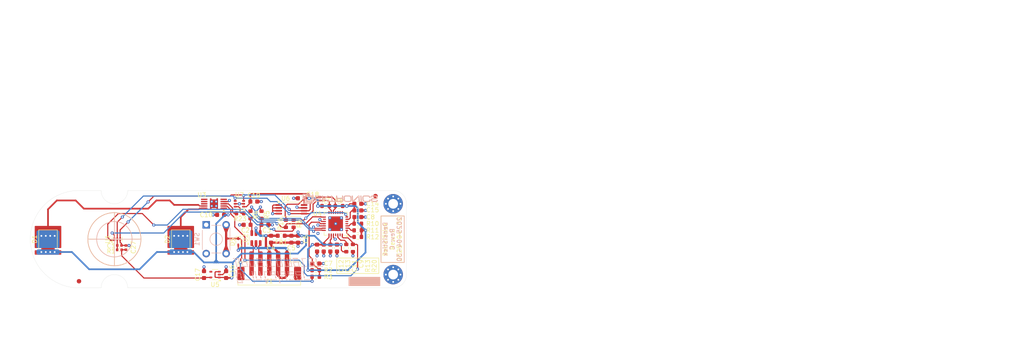
<source format=kicad_pcb>
(kicad_pcb (version 20241229) (generator "pcbnew") (generator_version "9.0")
  (title_block (title "Printalyzer DensiStick") (date "2025-04-30") (rev "C") (company "Dektronics, Inc.") (comment 1 "Derek Konigsberg <dkonigsberg@dektronics.com>"))
  (layers (0 "F.Cu" signal) (4 "In1.Cu" power) (6 "In2.Cu" power) (2 "B.Cu" signal) (13 "F.Paste" user) (15 "B.Paste" user) (5 "F.SilkS" user "F.Silkscreen") (7 "B.SilkS" user "B.Silkscreen") (1 "F.Mask" user) (3 "B.Mask" user) (25 "Edge.Cuts" user))
  (net 0 "")
  (net 1 "GND")
  (net 2 "/USB_DI+")
  (net 3 "+5V")
  (net 4 "Net-(U1-VDD)")
  (net 5 "/RLED1")
  (net 6 "/RLED2")
  (net 7 "Net-(D5-K)")
  (net 8 "/RLED_EN")
  (net 9 "/TSL_INT")
  (net 10 "+1V8")
  (net 13 "/USB_DI-")
  (net 14 "VBUS")
  (net 15 "/PROBE_BTN")
  (net 16 "Net-(U4-~{RESET})")
  (net 17 "+3V3")
  (net 18 "/USB_CONN_D-")
  (net 19 "/USB_CONN_D+")
  (net 20 "Earth")
  (net 21 "/USB_D+")
  (net 22 "/USB_D-")
  (net 23 "/I2C_SCL")
  (net 24 "/I2C_SDA")
  (net 25 "Net-(U4-~{STEST_RST})")
  (net 26 "Net-(U4-DEBUGGER)")
  (net 27 "Net-(U4-VBUS_DET)")
  (net 30 "/RSET")
  (net 40 "/TSL_VSYNC")
  (net 41 "Net-(U7-W)")
  (net 44 "Net-(U4-DIO0)")
  (footprint "lib_fp:SunLike_LED_S1S0" (layer "F.Cu") (at 75 68 -90)
    (property "Reference" "D2")
    (property "Value" "LED")
  )
  (footprint "MountingHole:MountingHole_2.2mm_M2_Pad_Via" (layer "F.Cu") (at 123 60)
    (property "Reference" "H5" (hide yes))
    (property "Value" "MountingHole" (hide yes))
  )
  (footprint "MountingHole:MountingHole_2.2mm_M2_Pad_Via" (layer "F.Cu") (at 123 76)
    (property "Reference" "H6" (hide yes))
    (property "Value" "MountingHole" (hide yes))
  )
  (footprint "Resistor_SMD:R_0603_1608Metric" (layer "F.Cu") (at 105.5 75)
    (property "Reference" "R2")
    (property "Value" "10K")
  )
  (footprint "Resistor_SMD:R_0603_1608Metric" (layer "F.Cu") (at 107.75 60.5)
    (property "Reference" "R7")
    (property "Value" "1K")
  )
  (footprint "Resistor_SMD:R_0603_1608Metric" (layer "F.Cu") (at 110.75 60.5 180)
    (property "Reference" "R8")
    (property "Value" "1K")
  )
  (footprint "lib_fp:SunLike_LED_S1S0" (layer "F.Cu") (at 45 68 -90)
    (property "Reference" "D1")
    (property "Value" "LED")
  )
  (footprint "Resistor_SMD:R_0603_1608Metric" (layer "F.Cu") (at 105.5 76.5)
    (property "Reference" "R3")
    (property "Value" "220R")
  )
  (footprint "Capacitor_SMD:C_0603_1608Metric" (layer "F.Cu") (at 105.5 73.5)
    (property "Reference" "C7")
    (property "Value" "1uF")
  )
  (footprint "lib_fp:D_TI_SOD-523_DYA0002A" (layer "F.Cu") (at 88 68.6 -90)
    (property "Reference" "D5")
    (property "Value" "ESD321")
  )
  (footprint "Resistor_SMD:R_0603_1608Metric" (layer "F.Cu") (at 98.75 64.5 -90)
    (property "Reference" "R16")
    (property "Value" "10K" (hide yes))
  )
  (footprint "Fiducial:Fiducial_1mm_Mask2mm" (layer "F.Cu") (at 52 77.5)
    (property "Reference" "FID1" (hide yes))
    (property "Value" "Fiducial" (hide yes))
  )
  (footprint "Fiducial:Fiducial_1mm_Mask2mm" (layer "F.Cu") (at 119 77.5)
    (property "Reference" "FID2" (hide yes))
    (property "Value" "Fiducial" (hide yes))
  )
  (footprint "Fiducial:Fiducial_1mm_Mask2mm" (layer "F.Cu") (at 119 58.25)
    (property "Reference" "FID3" (hide yes))
    (property "Value" "Fiducial" (hide yes))
  )
  (footprint "Resistor_SMD:R_0402_1005Metric" (layer "F.Cu") (at 61.13 70.4)
    (property "Reference" "R1")
    (property "Value" "22R")
  )
  (footprint "PCM_kikit:Tab" (layer "F.Cu") (at 126.55 68 180)
    (property "Reference" "REF**" (hide yes))
    (property "Value" "Tab")
  )
  (footprint "Inductor_SMD:L_0603_1608Metric" (layer "F.Cu") (at 97.7 67.225)
    (property "Reference" "FB1")
    (property "Value" "600R")
  )
  (footprint "PCM_kikit:Tab" (layer "F.Cu") (at 40.5 68)
    (property "Reference" "REF**" (hide yes))
    (property "Value" "Tab")
  )
  (footprint "Capacitor_SMD:C_0402_1005Metric" (layer "F.Cu") (at 61.13 69.4)
    (property "Reference" "C1")
    (property "Value" "1uF")
  )
  (footprint "Capacitor_SMD:C_0603_1608Metric" (layer "F.Cu") (at 110.3 70 -90)
    (property "Reference" "C9")
    (property "Value" "4.7uF")
  )
  (footprint "lib_fp:AMS_TSL2585_OLGA-6_2x1mm_P0.65mm" (layer "F.Cu") (at 60.65 68 90)
    (property "Reference" "U1")
    (property "Value" "TSL2522")
  )
  (footprint "lib_fp:Micrel_MSOP-10-1EP_3x3mm_P0.5mm_EP1.73x1.7mm_ThermalVias" (layer "F.Cu") (at 82.5 60 180)
    (property "Reference" "U3")
    (property "Value" "MIC4812")
  )
  (footprint "Capacitor_SMD:C_0603_1608Metric" (layer "F.Cu") (at 115 61.5)
    (property "Reference" "C15")
    (property "Value" "0.1uF")
  )
  (footprint "lib_fp:FTDI_WQFN-28-1EP_5x5mm_P0.5mm_EP3.3x3.3mm" (layer "F.Cu") (at 110 64.5 180)
    (property "Reference" "U4")
    (property "Value" "FT260Q")
  )
  (footprint "Capacitor_SMD:C_0603_1608Metric" (layer "F.Cu") (at 94 64.75)
    (property "Reference" "C3")
    (property "Value" "47pF")
  )
  (footprint "Capacitor_SMD:C_0603_1608Metric" (layer "F.Cu") (at 102.25 58.75)
    (property "Reference" "C18")
    (property "Value" "0.1uF")
  )
  (footprint "Resistor_SMD:R_0603_1608Metric" (layer "F.Cu") (at 90.75 62.5 -90)
    (property "Reference" "R4")
    (property "Value" "33R")
  )
  (footprint "Capacitor_SMD:C_0603_1608Metric" (layer "F.Cu") (at 108.8 70 -90)
    (property "Reference" "C11")
    (property "Value" "0.1uF")
  )
  (footprint "PCM_kikit:Tab" (layer "F.Cu") (at 67 56.5 -90)
    (property "Reference" "REF**" (hide yes))
    (property "Value" "Tab")
  )
  (footprint "Resistor_SMD:R_0603_1608Metric" (layer "F.Cu") (at 93.25 62.5 -90)
    (property "Reference" "R5")
    (property "Value" "33R")
  )
  (footprint "Resistor_SMD:R_0603_1608Metric" (layer "F.Cu") (at 88.4 62.15 180)
    (property "Reference" "R23")
    (property "Value" "8.25k")
  )
  (footprint "Resistor_SMD:R_0603_1608Metric" (layer "F.Cu") (at 113.9 70 -90)
    (property "Reference" "R20")
    (property "Value" "200K")
  )
  (footprint "PCM_kikit:Tab" (layer "F.Cu") (at 106 79.5 90)
    (property "Reference" "REF**" (hide yes))
    (property "Value" "Tab")
  )
  (footprint "Package_SO:TSSOP-8_4.4x3mm_P0.65mm" (layer "F.Cu") (at 100 61.25)
    (property "Reference" "U6")
    (property "Value" "CAT24C08")
  )
  (footprint "Resistor_SMD:R_0603_1608Metric" (layer "F.Cu") (at 115 66 180)
    (property "Reference" "R11")
    (property "Value" "10K")
  )
  (footprint "Capacitor_SMD:C_0603_1608Metric" (layer "F.Cu") (at 101.5 68 -90)
    (property "Reference" "C6")
    (property "Value" "4.7uF")
  )
  (footprint "Capacitor_SMD:C_0603_1608Metric" (layer "F.Cu") (at 95.4 68 90)
    (property "Reference" "C4")
    (property "Value" "10nF")
  )
  (footprint "Capacitor_SMD:C_0603_1608Metric" (layer "F.Cu") (at 90 64.75 180)
    (property "Reference" "C2")
    (property "Value" "47pF")
  )
  (footprint "Capacitor_SMD:C_0603_1608Metric" (layer "F.Cu") (at 85.25 76 90)
    (property "Reference" "C16")
    (property "Value" "1uF")
  )
  (footprint "Capacitor_SMD:C_0603_1608Metric" (layer "F.Cu") (at 105.8 70 -90)
    (property "Reference" "C12")
    (property "Value" "4.7uF")
  )
  (footprint "Capacitor_SMD:C_0603_1608Metric" (layer "F.Cu") (at 80.25 76 90)
    (property "Reference" "C17")
    (property "Value" "1uF")
  )
  (footprint "Capacitor_SMD:C_0603_1608Metric" (layer "F.Cu") (at 100 68 -90)
    (property "Reference" "C5")
    (property "Value" "0.1uF")
  )
  (footprint "Package_TO_SOT_SMD:SOT-363_SC-70-6" (layer "F.Cu") (at 88.25 60 180)
    (property "Reference" "U7")
    (property "Value" "MCP4017-104E/LT")
  )
  (footprint "Package_TO_SOT_SMD:SOT-23-6" (layer "F.Cu") (at 92 67.75 90)
    (property "Reference" "U2")
    (property "Value" "USBLC6-2SC6")
  )
  (footprint "Capacitor_SMD:C_0603_1608Metric" (layer "F.Cu") (at 84 62.5 180)
    (property "Reference" "C10")
    (property "Value" "2.2uF")
  )
  (footprint "PCM_kikit:Tab" (layer "F.Cu") (at 106 56.5 -90)
    (property "Reference" "REF**" (hide yes))
    (property "Value" "Tab")
  )
  (footprint "Resistor_SMD:R_0603_1608Metric" (layer "F.Cu") (at 115 64.5 180)
    (property "Reference" "R10")
    (property "Value" "4.7K")
  )
  (footprint "Capacitor_SMD:C_0603_1608Metric" (layer "F.Cu") (at 91.5 59.5)
    (property "Reference" "C19")
    (property "Value" "0.1uF")
  )
  (footprint "Resistor_SMD:R_0603_1608Metric" (layer "F.Cu") (at 115 67.5 180)
    (property "Reference" "R12")
    (property "Value" "10K")
  )
  (footprint "Connector_JST:JST_PH_B5B-PH-SM4-TB_1x05-1MP_P2.00mm_Vertical" (layer "F.Cu") (at 95 74 180)
    (property "Reference" "J1")
    (property "Value" "Cable")
  )
  (footprint "Capacitor_SMD:C_0603_1608Metric" (layer "F.Cu") (at 115 63)
    (property "Reference" "C8")
    (property "Value" "4.7uF")
  )
  (footprint "Capacitor_SMD:C_0402_1005Metric" (layer "F.Cu") (at 62.6 69.9 90)
    (property "Reference" "C27")
    (property "Value" "4.7uF")
  )
  (footprint "Capacitor_SMD:C_0603_1608Metric" (layer "F.Cu") (at 107.3 70 -90)
    (property "Reference" "C13")
    (property "Value" "0.1uF")
  )
  (footprint "Capacitor_SMD:C_0603_1608Metric" (layer "F.Cu") (at 115 60)
    (property "Reference" "C14")
    (property "Value" "4.7uF")
  )
  (footprint "Resistor_SMD:R_0603_1608Metric" (layer "F.Cu") (at 100.5 64.5 90)
    (property "Reference" "R6")
    (property "Value" "33R")
  )
  (footprint "Package_TO_SOT_SMD:SOT-353_SC-70-5" (layer "F.Cu") (at 82.75 76 180)
    (property "Reference" "U5")
    (property "Value" "MIC5365-1.8YC5")
  )
  (footprint "NetTie:NetTie-2_SMD_Pad0.5mm" (layer "F.Cu") (at 98 76.75)
    (property "Reference" "NT1" (hide yes))
    (property "Value" "NetTie_2" (hide yes))
  )
  (footprint "PCM_kikit:Tab" (layer "F.Cu") (at 67 79.5 90)
    (property "Reference" "REF**" (hide yes))
    (property "Value" "Tab")
  )
  (footprint "Resistor_SMD:R_0603_1608Metric" (layer "F.Cu") (at 112.4 70 -90)
    (property "Reference" "R13")
    (property "Value" "5.1k")
  )
  (footprint "MountingHole:MountingHole_2.2mm_M2" (layer "B.Cu") (at 49 74 180)
    (property "Reference" "H1" (hide yes))
    (property "Value" "MountingHole" (hide yes))
  )
  (footprint "MountingHole:MountingHole_2.2mm_M2" (layer "B.Cu") (at 49 62 180)
    (property "Reference" "H2" (hide yes))
    (property "Value" "MountingHole" (hide yes))
  )
  (footprint "MountingHole:MountingHole_2.2mm_M2" (layer "B.Cu") (at 71 62 180)
    (property "Reference" "H3" (hide yes))
    (property "Value" "MountingHole" (hide yes))
  )
  (footprint "MountingHole:MountingHole_2.2mm_M2" (layer "B.Cu") (at 71 74 180)
    (property "Reference" "H4" (hide yes))
    (property "Value" "MountingHole" (hide yes))
  )
  (footprint "lib_fp:SW_TH_Tactile_Omron_B3F-10xx" (layer "B.Cu") (at 83 68 -90)
    (property "Reference" "SW1")
    (property "Value" "SW_Push")
  )
  (footprint "lib_fp:densitometer-logo-16_9mm" (layer "B.Cu") (at 96.95 73.6)
    (property "Reference" "G***" (hide yes))
    (property "Value" "LOGO" (hide yes))
  )
  (footprint "lib_fp:Dektronics-logo" (layer "B.Cu") (at 111.25 59)
    (property "Reference" "LOGO" (hide yes))
    (property "Value" "G***" (hide yes))
  )
  (footprint "lib_fp:Printalyzer-logo-16_9mm" (layer "B.Cu") (at 95.7 76.6)
    (property "Reference" "G***" (hide yes))
    (property "Value" "LOGO" (hide yes))
  )
  (gr_line (start 54 68) (end 56 68) (stroke (width 0.1524)) (layer "F.SilkS"))
  (gr_rect (start 120.25 62.75) (end 125.5 73.25) (stroke (width 0.1524)) (fill no) (layer "F.SilkS"))
  (gr_circle (center 60 68) (end 66 68) (stroke (width 0.1524)) (fill no) (layer "F.SilkS"))
  (gr_rect (start 110.25 72.25) (end 119.75 75.75) (stroke (width 0.1524)) (fill no) (layer "F.SilkS"))
  (gr_line (start 66 68) (end 64 68) (stroke (width 0.1524)) (layer "F.SilkS"))
  (gr_line (start 60 74) (end 60 72) (stroke (width 0.1524)) (layer "F.SilkS"))
  (gr_line (start 60 62) (end 60 64) (stroke (width 0.1524)) (layer "F.SilkS"))
  (gr_line (start 60 62) (end 60 74) (stroke (width 0.1524)) (layer "B.SilkS"))
  (gr_line (start 54 68) (end 66 68) (stroke (width 0.1524)) (layer "B.SilkS"))
  (gr_circle (center 60 68) (end 66 68) (stroke (width 0.1524)) (fill no) (layer "B.SilkS"))
  (gr_circle (center 60 68) (end 64 68) (stroke (width 0.1524)) (fill no) (layer "B.SilkS"))
  (gr_rect (start 113 76.6) (end 120 78.5) (stroke (width 0.1524)) (fill yes) (layer "B.SilkS"))
  (gr_rect (start 120.25 62.75) (end 125.5 73.25) (stroke (width 0.1524)) (fill no) (layer "B.SilkS"))
  (gr_arc (start 123 57) (mid 125.12132 57.87868) (end 126 60) (stroke (width 0.0381)) (layer "Edge.Cuts"))
  (gr_arc (start 52 79) (mid 41 68) (end 52 57) (stroke (width 0.0381)) (layer "Edge.Cuts"))
  (gr_arc (start 57 79) (mid 60 76) (end 63 79) (stroke (width 0.0381)) (layer "Edge.Cuts"))
  (gr_line (start 126 60) (end 126 76) (stroke (width 0.0381)) (layer "Edge.Cuts"))
  (gr_line (start 63 57) (end 123 57) (stroke (width 0.0381)) (layer "Edge.Cuts"))
  (gr_arc (start 126 76) (mid 125.12132 78.12132) (end 123 79) (stroke (width 0.0381)) (layer "Edge.Cuts"))
  (gr_line (start 57 79) (end 52 79) (stroke (width 0.0381)) (layer "Edge.Cuts"))
  (gr_line (start 57 57) (end 52 57) (stroke (width 0.0381)) (layer "Edge.Cuts"))
  (gr_line (start 63 79) (end 123 79) (stroke (width 0.0381)) (layer "Edge.Cuts"))
  (gr_arc (start 63 57) (mid 60 60) (end 57 57) (stroke (width 0.0381)) (layer "Edge.Cuts"))
  (gr_text "DensiStick\nRev: ${REVISION}\n${ISSUE_DATE}" (at 125 68 90) (layer "F.SilkS") (effects (font (size 1 1)) (justify bottom)))
  (gr_text "DensiStick\nRev: ${REVISION}\n${ISSUE_DATE}" (at 125 68 90) (layer "B.SilkS") (effects (font (size 1 1)) (justify bottom mirror)))
  (segment (start 97 76.25) (end 97.5 76.75) (width 0.508) (layer "F.Cu") (net 1))
  (segment (start 95.4 68.775) (end 95.4 69.4) (width 0.508) (layer "F.Cu") (net 1))
  (segment (start 95.75 61) (end 95.75 61.5) (width 0.254) (layer "F.Cu") (net 1))
  (segment (start 85.25 74.25) (end 85.25 75.225) (width 0.508) (layer "F.Cu") (net 1))
  (segment (start 95.825 60.925) (end 95.75 61) (width 0.254) (layer "F.Cu") (net 1))
  (segment (start 95.4 68.775) (end 100 68.775) (width 0.508) (layer "F.Cu") (net 1))
  (segment (start 80.25 74.25) (end 80.25 75.225) (width 0.508) (layer "F.Cu") (net 1))
  (segment (start 109.5 67.025) (end 109.5 67.6) (width 0.25) (layer "F.Cu") (net 1))
  (segment (start 62.58 69.4) (end 62.6 69.42) (width 0.254) (layer "F.Cu") (net 1))
  (segment (start 95.825 61.575) (end 95.75 61.5) (width 0.254) (layer "F.Cu") (net 1))
  (segment (start 107.475 65) (end 106.2 65) (width 0.25) (layer "F.Cu") (net 1))
  (segment (start 97.1375 60.925) (end 95.825 60.925) (width 0.254) (layer "F.Cu") (net 1))
  (segment (start 93.2 59.5) (end 92.275 59.5) (width 0.508) (layer "F.Cu") (net 1))
  (segment (start 84.475 76) (end 85.25 75.225) (width 0.254) (layer "F.Cu") (net 1))
  (segment (start 95.7 64.75) (end 94.775 64.75) (width 0.508) (layer "F.Cu") (net 1))
  (segment (start 83.7 76) (end 84.475 76) (width 0.254) (layer "F.Cu") (net 1))
  (segment (start 85.75 59.5) (end 86 59.25) (width 0.254) (layer "F.Cu") (net 1))
  (segment (start 95.75 60.5) (end 95.75 61) (width 0.254) (layer "F.Cu") (net 1))
  (segment (start 61.6 69) (end 61.6 69.39) (width 0.254) (layer "F.Cu") (net 1))
  (segment (start 116.75 61.5) (end 115.775 61.5) (width 0.508) (layer "F.Cu") (net 1))
  (segment (start 106.419466 63.590439) (end 106.829027 64) (width 0.25) (layer "F.Cu") (net 1))
  (segment (start 106.2 65) (end 106 64.8) (width 0.25) (layer "F.Cu") (net 1))
  (segment (start 100 68.775) (end 101.5 68.775) (width 0.508) (layer "F.Cu") (net 1))
  (segment (start 97 73.5) (end 97 76.25) (width 0.508) (layer "F.Cu") (net 1))
  (segment (start 97.1375 60.275) (end 95.975 60.275) (width 0.254) (layer "F.Cu") (net 1))
  (segment (start 100.5 58.75) (end 101.475 58.75) (width 0.508) (layer "F.Cu") (net 1))
  (segment (start 102.8625 60.925) (end 101.425 60.925) (width 0.254) (layer "F.Cu") (net 1))
  (segment (start 87.3 60) (end 88.25 60) (width 0.254) (layer "F.Cu") (net 1))
  (segment (start 61.61 69.4) (end 62.58 69.4) (width 0.254) (layer "F.Cu") (net 1))
  (segment (start 61.3 68.2625) (end 61.3 68.7) (width 0.254) (layer "F.Cu") (net 1))
  (segment (start 107.3 71.75) (end 107.3 70.775) (width 0.508) (layer "F.Cu") (net 1))
  (segment (start 95.975 60.275) (end 95.75 60.5) (width 0.254) (layer "F.Cu") (net 1))
  (segment (start 116.75 60) (end 115.775 60) (width 0.508) (layer "F.Cu") (net 1))
  (segment (start 110.3 71.75) (end 110.3 70.775) (width 0.508) (layer "F.Cu") (net 1))
  (segment (start 82.3 62.5) (end 83.225 62.5) (width 0.508) (layer "F.Cu") (net 1))
  (segment (start 61.3 68.7) (end 61.6 69) (width 0.254) (layer "F.Cu") (net 1))
  (segment (start 113.9 70.825) (end 113.9 71.75) (width 0.508) (layer "F.Cu") (net 1))
  (segment (start 116.75 63) (end 115.775 63) (width 0.508) (layer "F.Cu") (net 1))
  (segment (start 105.8 71.75) (end 105.8 70.775) (width 0.508) (layer "F.Cu") (net 1))
  (segment (start 95.75 61.5) (end 95.75 62.225) (width 0.254) (layer "F.Cu") (net 1))
  (segment (start 101.5 69.6) (end 101.5 68.775) (width 0.508) (layer "F.Cu") (net 1))
  (segment (start 106.829027 64) (end 107.475 64) (width 0.25) (layer "F.Cu") (net 1))
  (segment (start 89.2 60) (end 88.25 60) (width 0.254) (layer "F.Cu") (net 1))
  (segment (start 108.8 71.75) (end 108.8 70.775) (width 0.508) (layer "F.Cu") (net 1))
  (segment (start 88.3 64.75) (end 89.225 64.75) (width 0.508) (layer "F.Cu") (net 1))
  (segment (start 97.1375 62.225) (end 95.75 62.225) (width 0.254) (layer "F.Cu") (net 1))
  (segment (start 109.5 67.6) (end 109.9 68) (width 0.25) (layer "F.Cu") (net 1))
  (segment (start 84.7 59.5) (end 85.75 59.5) (width 0.254) (layer "F.Cu") (net 1))
  (segment (start 95.4 69.4) (end 97 71) (width 0.508) (layer "F.Cu") (net 1))
  (segment (start 101.425 60.925) (end 101.25 60.75) (width 0.254) (layer "F.Cu") (net 1))
  (segment (start 97.1375 61.575) (end 95.825 61.575) (width 0.254) (layer "F.Cu") (net 1))
  (segment (start 107.25 73.5) (end 106.275 73.5) (width 0.508) (layer "F.Cu") (net 1))
  (segment (start 106.419466 63.566692) (end 106.419466 63.590439) (width 0.25) (layer "F.Cu") (net 1))
  (segment (start 63.3 69.42) (end 62.6 69.42) (width 0.381) (layer "F.Cu") (net 1))
  (segment (start 61.6 69.39) (end 61.61 69.4) (width 0.254) (layer "F.Cu") (net 1))
  (segment (start 102.35 68.775) (end 101.5 68.775) (width 0.508) (layer "F.Cu") (net 1))
  (via (at 107.3 71.75) (size 0.7) (drill 0.3) (layers "F.Cu" "B.Cu") (net 1))
  (via (at 102.35 68.775) (size 0.7) (drill 0.3) (layers "F.Cu" "B.Cu") (net 1))
  (via (at 88.25 60) (size 0.7) (drill 0.3) (layers "F.Cu" "B.Cu") (net 1))
  (via (at 110 64.5) (size 0.7) (drill 0.3) (layers "F.Cu" "B.Cu") (net 1))
  (via (at 93.2 59.5) (size 0.7) (drill 0.3) (layers "F.Cu" "B.Cu") (net 1))
  (via (at 106 64.8) (size 0.7) (drill 0.3) (layers "F.Cu" "B.Cu") (net 1))
  (via (at 108.7 65.8) (size 0.7) (drill 0.3) (layers "F.Cu" "B.Cu") (net 1))
  (via (at 95.75 62.225) (size 0.7) (drill 0.3) (layers "F.Cu" "B.Cu") (net 1))
  (via (at 111.3 65.8) (size 0.7) (drill 0.3) (layers "F.Cu" "B.Cu") (net 1))
  (via (at 111.3 63.2) (size 0.7) (drill 0.3) (layers "F.Cu" "B.Cu") (net 1))
  (via (at 63.3 69.42) (size 0.7) (drill 0.3) (layers "F.Cu" "B.Cu") (net 1))
  (via (at 108.7 63.2) (size 0.7) (drill 0.3) (layers "F.Cu" "B.Cu") (net 1))
  (via (at 101.5 69.6) (size 0.7) (drill 0.3) (layers "F.Cu" "B.Cu") (net 1))
  (via (at 82.3 62.5) (size 0.7) (drill 0.3) (layers "F.Cu" "B.Cu") (net 1))
  (via (at 116.75 61.5) (size 0.7) (drill 0.3) (layers "F.Cu" "B.Cu") (net 1))
  (via (at 88.3 64.75) (size 0.7) (drill 0.3) (layers "F.Cu" "B.Cu") (net 1))
  (via (at 100.5 58.75) (size 0.7) (drill 0.3) (layers "F.Cu" "B.Cu") (net 1))
  (via (at 109.9 68) (size 0.7) (drill 0.3) (layers "F.Cu" "B.Cu") (net 1))
  (via (at 86 59.25) (size 0.7) (drill 0.3) (layers "F.Cu" "B.Cu") (net 1))
  (via (at 106.419466 63.566692) (size 0.7) (drill 0.3) (layers "F.Cu" "B.Cu") (net 1))
  (via (at 105.8 71.75) (size 0.7) (drill 0.3) (layers "F.Cu" "B.Cu") (net 1))
  (via (at 110.3 71.75) (size 0.7) (drill 0.3) (layers "F.Cu" "B.Cu") (net 1))
  (via (at 80.25 74.25) (size 0.7) (drill 0.3) (layers "F.Cu" "B.Cu") (net 1))
  (via (at 85.25 74.25) (size 0.7) (drill 0.3) (layers "F.Cu" "B.Cu") (net 1))
  (via (at 116.75 63) (size 0.7) (drill 0.3) (layers "F.Cu" "B.Cu") (net 1))
  (via (at 108.8 71.75) (size 0.7) (drill 0.3) (layers "F.Cu" "B.Cu") (net 1))
  (via (at 106 66.7) (size 0.7) (drill 0.3) (layers "F.Cu" "B.Cu") (net 1))
  (via (at 113.9 71.75) (size 0.7) (drill 0.3) (layers "F.Cu" "B.Cu") (net 1))
  (via (at 107.25 73.5) (size 0.7) (drill 0.3) (layers "F.Cu" "B.Cu") (net 1))
  (via (at 116.75 60) (size 0.7) (drill 0.3) (layers "F.Cu" "B.Cu") (net 1))
  (via (at 95.7 64.75) (size 0.7) (drill 0.3) (layers "F.Cu" "B.Cu") (net 1))
  (via (at 101.25 60.75) (size 0.7) (drill 0.3) (layers "F.Cu" "B.Cu") (net 1))
  (segment (start 90.75 63.325) (end 90.75 64.725) (width 0.2395) (layer "F.Cu") (net 2))
  (segment (start 91.05 66.6125) (end 91.05 65.025) (width 0.2395) (layer "F.Cu") (net 2))
  (segment (start 84.7 61) (end 84.7 62.425) (width 0.254) (layer "F.Cu") (net 3))
  (segment (start 111.2 69.225) (end 110.3 69.225) (width 0.381) (layer "F.Cu") (net 3))
  (segment (start 98.4875 67.225) (end 100 67.225) (width 0.508) (layer "F.Cu") (net 3))
  (segment (start 102.35 67.225) (end 101.5 67.225) (width 0.508) (layer "F.Cu") (net 3))
  (segment (start 111.2 69.225) (end 111.3 69.325) (width 0.254) (layer "F.Cu") (net 3))
  (segment (start 108.8 69.225) (end 110.3 69.225) (width 0.381) (layer "F.Cu") (net 3))
  (segment (start 108.8 69.225) (end 108.8 68.175) (width 0.25) (layer "F.Cu") (net 3))
  (segment (start 101.5 66.4) (end 101.5 67.225) (width 0.508) (layer "F.Cu") (net 3))
  (segment (start 111.3 70.5) (end 111.625 70.825) (width 0.254) (layer "F.Cu") (net 3))
  (segment (start 86.5 76.75) (end 85.275 76.75) (width 0.381) (layer "F.Cu") (net 3))
  (segment (start 100 67.225) (end 101.5 67.225) (width 0.508) (layer "F.Cu") (net 3))
  (segment (start 83.7 75.35) (end 82.9 75.35) (width 0.254) (layer "F.Cu") (net 3))
  (segment (start 82.9 75.35) (end 82.75 75.5) (width 0.254) (layer "F.Cu") (net 3))
  (segment (start 82.75 76.5) (end 82.9 76.65) (width 0.254) (layer "F.Cu") (net 3))
  (segment (start 111.625 70.825) (end 112.4 70.825) (width 0.254) (layer "F.Cu") (net 3))
  (segment (start 108.8 68.175) (end 109 67.975) (width 0.25) (layer "F.Cu") (net 3))
  (segment (start 85.7 62.5) (end 84.775 62.5) (width 0.508) (layer "F.Cu") (net 3))
  (segment (start 109 67.975) (end 109 67.025) (width 0.25) (layer "F.Cu") (net 3))
  (segment (start 82.9 76.65) (end 83.7 76.65) (width 0.254) (layer "F.Cu") (net 3))
  (segment (start 83.7 76.65) (end 85.125 76.65) (width 0.254) (layer "F.Cu") (net 3))
  (segment (start 82.75 75.5) (end 82.75 76.5) (width 0.254) (layer "F.Cu") (net 3))
  (segment (start 111.3 69.325) (end 111.3 70.5) (width 0.254) (layer "F.Cu") (net 3))
  (via (at 85.7 62.5) (size 0.7) (drill 0.3) (layers "F.Cu" "B.Cu") (net 3))
  (via (at 102.35 67.225) (size 0.7) (drill 0.3) (layers "F.Cu" "B.Cu") (net 3))
  (via (at 44.5 70.9) (size 0.8) (drill 0.4) (layers "F.Cu" "B.Cu") (net 3))
  (via (at 43.5 70.9) (size 0.8) (drill 0.4) (layers "F.Cu" "B.Cu") (net 3))
  (via (at 111.2 69.225) (size 0.7) (drill 0.3) (layers "F.Cu" "B.Cu") (net 3))
  (via (at 76.5 70.9) (size 0.8) (drill 0.4) (layers "F.Cu" "B.Cu") (net 3))
  (via (at 86.5 76.75) (size 0.7) (drill 0.3) (layers "F.Cu" "B.Cu") (net 3))
  (via (at 73.5 70.9) (size 0.8) (drill 0.4) (layers "F.Cu" "B.Cu") (net 3))
  (via (at 101.5 66.4) (size 0.7) (drill 0.3) (layers "F.Cu" "B.Cu") (net 3))
  (via (at 45.5 70.9) (size 0.8) (drill 0.4) (layers "F.Cu" "B.Cu") (net 3))
  (via (at 75.5 70.9) (size 0.8) (drill 0.4) (layers "F.Cu" "B.Cu") (net 3))
  (via (at 46.5 70.9) (size 0.8) (drill 0.4) (layers "F.Cu" "B.Cu") (net 3))
  (via (at 74.5 70.9) (size 0.8) (drill 0.4) (layers "F.Cu" "B.Cu") (net 3))
  (segment (start 80.25 73.25) (end 77.9 70.9) (width 0.381) (layer "B.Cu") (net 3))
  (segment (start 102.925 67.225) (end 102.35 67.225) (width 0.381) (layer "B.Cu") (net 3))
  (segment (start 65.7 74.8) (end 69.6 70.9) (width 0.381) (layer "B.Cu") (net 3))
  (segment (start 107.225 69.225) (end 105.225 67.225) (width 0.381) (layer "B.Cu") (net 3))
  (segment (start 103.3 67.525) (end 103.6 67.225) (width 0.381) (layer "B.Cu") (net 3))
  (segment (start 111.2 69.225) (end 107.225 69.225) (width 0.381) (layer "B.Cu") (net 3))
  (segment (start 103.6 67.225) (end 102.35 67.225) (width 0.381) (layer "B.Cu") (net 3))
  (segment (start 74.5 70.9) (end 75.5 70.9) (width 0.381) (layer "B.Cu") (net 3))
  (segment (start 77.9 70.9) (end 76.5 70.9) (width 0.381) (layer "B.Cu") (net 3))
  (segment (start 46.5 70.9) (end 45.5 70.9) (width 0.381) (layer "B.Cu") (net 3))
  (segment (start 75.5 70.9) (end 76.5 70.9) (width 0.381) (layer "B.Cu") (net 3))
  (segment (start 101.5 66.8) (end 101.925 67.225) (width 0.381) (layer "B.Cu") (net 3))
  (segment (start 83 72.75) (end 83.5 73.25) (width 0.381) (layer "B.Cu") (net 3))
  (segment (start 83 72.75) (end 83 73.25) (width 0.381) (layer "B.Cu") (net 3))
  (segment (start 69.6 70.9) (end 73.5 70.9) (width 0.381) (layer "B.Cu") (net 3))
  (segment (start 101.45 71.25) (end 103.3 69.4) (width 0.381) (layer "B.Cu") (net 3))
  (segment (start 86.5 76.75) (end 86.75 76.5) (width 0.381) (layer "B.Cu") (net 3))
  (segment (start 86.75 73.25) (end 83.5 73.25) (width 0.381) (layer "B.Cu") (net 3))
  (segment (start 73.5 70.9) (end 74.5 70.9) (width 0.381) (layer "B.Cu") (net 3))
  (segment (start 83 72.75) (end 83 64.5) (width 0.381) (layer "B.Cu") (net 3))
  (segment (start 50.4 70.9) (end 54.3 74.8) (width 0.381) (layer "B.Cu") (net 3))
  (segment (start 101.5 66.4) (end 101.5 66.8) (width 0.381) (layer "B.Cu") (net 3))
  (segment (start 103.3 67.6) (end 103.3 67.525) (width 0.381) (layer "B.Cu") (net 3))
  (segment (start 82.5 73.25) (end 80.25 73.25) (width 0.381) (layer "B.Cu") (net 3))
  (segment (start 54.3 74.8) (end 65.7 74.8) (width 0.381) (layer "B.Cu") (net 3))
  (segment (start 88.75 71.25) (end 101.45 71.25) (width 0.381) (layer "B.Cu") (net 3))
  (segment (start 46.5 70.9) (end 50.4 70.9) (width 0.381) (layer "B.Cu") (net 3))
  (segment (start 103.3 67.6) (end 102.925 67.225) (width 0.381) (layer "B.Cu") (net 3))
  (segment (start 83 72.75) (end 82.5 73.25) (width 0.381) (layer "B.Cu") (net 3))
  (segment (start 83 64.5) (end 85 62.5) (width 0.381) (layer "B.Cu") (net 3))
  (segment (start 101.925 67.225) (end 102.35 67.225) (width 0.381) (layer "B.Cu") (net 3))
  (segment (start 105.225 67.225) (end 103.6 67.225) (width 0.381) (layer "B.Cu") (net 3))
  (segment (start 85 62.5) (end 85.7 62.5) (width 0.381) (layer "B.Cu") (net 3))
  (segment (start 83.5 73.25) (end 83 73.25) (width 0.381) (layer "B.Cu") (net 3))
  (segment (start 83 73.25) (end 82.5 73.25) (width 0.381) (layer "B.Cu") (net 3))
  (segment (start 45.5 70.9) (end 44.5 70.9) (width 0.381) (layer "B.Cu") (net 3))
  (segment (start 86.75 76.5) (end 86.75 73.25) (width 0.381) (layer "B.Cu") (net 3))
  (segment (start 44.5 70.9) (end 43.5 70.9) (width 0.381) (layer "B.Cu") (net 3))
  (segment (start 103.3 69.4) (end 103.3 67.6) (width 0.381) (layer "B.Cu") (net 3))
  (segment (start 86.75 73.25) (end 88.75 71.25) (width 0.381) (layer "B.Cu") (net 3))
  (segment (start 60.65 69.4) (end 60.65 70.37) (width 0.254) (layer "F.Cu") (net 4))
  (segment (start 60.65 68.2625) (end 60.65 69.4) (width 0.254) (layer "F.Cu") (net 4))
  (segment (start 60.65 70.37) (end 60.62 70.4) (width 0.254) (layer "F.Cu") (net 4))
  (segment (start 53.1 61.1) (end 67.65 61.1) (width 0.381) (layer "F.Cu") (net 5))
  (segment (start 69.5 59.25) (end 72.5 59.25) (width 0.381) (layer "F.Cu") (net 5))
  (segment (start 45 67.215) (end 45 61.25) (width 0.381) (layer "F.Cu") (net 5))
  (segment (start 67.65 61.1) (end 69.5 59.25) (width 0.381) (layer "F.Cu") (net 5))
  (segment (start 47 59.25) (end 51.25 59.25) (width 0.381) (layer "F.Cu") (net 5))
  (segment (start 45 61.25) (end 47 59.25) (width 0.381) (layer "F.Cu") (net 5))
  (segment (start 51.25 59.25) (end 53.1 61.1) (width 0.381) (layer "F.Cu") (net 5))
  (segment (start 72.5 59.25) (end 73.5 60.25) (width 0.381) (layer "F.Cu") (net 5))
  (segment (start 79.25 60.5) (end 79 60.25) (width 0.254) (layer "F.Cu") (net 5))
  (segment (start 80.3 60.5) (end 79.25 60.5) (width 0.254) (layer "F.Cu") (net 5))
  (segment (start 73.5 60.25) (end 79 60.25) (width 0.381) (layer "F.Cu") (net 5))
  (via (at 45.5 67.25) (size 0.8) (drill 0.4) (layers "F.Cu" "B.Cu") (net 5))
  (via (at 44.5 67.25) (size 0.8) (drill 0.4) (layers "F.Cu" "B.Cu") (net 5))
  (via (at 46.5 67.25) (size 0.8) (drill 0.4) (layers "F.Cu" "B.Cu") (net 5))
  (via (at 43.5 67.25) (size 0.8) (drill 0.4) (layers "F.Cu" "B.Cu") (net 5))
  (segment (start 75 63) (end 76.75 61.25) (width 0.381) (layer "F.Cu") (net 6))
  (segment (start 76.75 61.25) (end 79 61.25) (width 0.381) (layer "F.Cu") (net 6))
  (segment (start 75 67.215) (end 75 63) (width 0.381) (layer "F.Cu") (net 6))
  (segment (start 80.3 61) (end 79.25 61) (width 0.254) (layer "F.Cu") (net 6))
  (segment (start 79.25 61) (end 79 61.25) (width 0.254) (layer "F.Cu") (net 6))
  (via (at 74.5 67.25) (size 0.8) (drill 0.4) (layers "F.Cu" "B.Cu") (net 6))
  (via (at 73.5 67.25) (size 0.8) (drill 0.4) (layers "F.Cu" "B.Cu") (net 6))
  (via (at 76.5 67.25) (size 0.8) (drill 0.4) (layers "F.Cu" "B.Cu") (net 6))
  (via (at 75.5 67.25) (size 0.8) (drill 0.4) (layers "F.Cu" "B.Cu") (net 6))
  (segment (start 85.25 68.1) (end 85.25 71.25) (width 0.508) (layer "F.Cu") (net 7))
  (segment (start 88.4 67.9) (end 88 67.9) (width 0.254) (layer "F.Cu") (net 7))
  (segment (start 85.6 67.86) (end 85.29 67.86) (width 0.381) (layer "F.Cu") (net 7))
  (segment (start 85.25 67.6) (end 85.25 67.9) (width 0.508) (layer "F.Cu") (net 7))
  (segment (start 88 67.86) (end 85.6 67.86) (width 0.381) (layer "F.Cu") (net 7))
  (segment (start 88.75 72.25) (end 88.75 68.25) (width 0.254) (layer "F.Cu") (net 7))
  (segment (start 85.25 64.75) (end 85.25 67.6) (width 0.508) (layer "F.Cu") (net 7))
  (segment (start 85.29 67.86) (end 85.25 67.9) (width 0.381) (layer "F.Cu") (net 7))
  (segment (start 85.6 67.86) (end 85.51 67.86) (width 0.381) (layer "F.Cu") (net 7))
  (segment (start 88.5 72.5) (end 88.75 72.25) (width 0.254) (layer "F.Cu") (net 7))
  (segment (start 88.5 73.25) (end 88.5 72.5) (width 0.254) (layer "F.Cu") (net 7))
  (segment (start 85.6 67.86) (end 85.49 67.86) (width 0.381) (layer "F.Cu") (net 7))
  (segment (start 104.675 77.5) (end 104.675 76.5) (width 0.254) (layer "F.Cu") (net 7))
  (segment (start 85.49 67.86) (end 85.25 68.1) (width 0.381) (layer "F.Cu") (net 7))
  (segment (start 85.25 67.9) (end 85.25 68.1) (width 0.508) (layer "F.Cu") (net 7))
  (segment (start 85.51 67.86) (end 85.25 67.6) (width 0.381) (layer "F.Cu") (net 7))
  (segment (start 88.75 68.25) (end 88.4 67.9) (width 0.254) (layer "F.Cu") (net 7))
  (via (at 104.675 77.5) (size 0.7) (drill 0.3) (layers "F.Cu" "B.Cu") (net 7))
  (via (at 88.5 73.25) (size 0.7) (drill 0.3) (layers "F.Cu" "B.Cu") (net 7))
  (segment (start 91.25 77.5) (end 104.675 77.5) (width 0.254) (layer "B.Cu") (net 7))
  (segment (start 88.5 74.75) (end 91.25 77.5) (width 0.254) (layer "B.Cu") (net 7))
  (segment (start 88.5 73.25) (end 88.5 74.75) (width 0.254) (layer "B.Cu") (net 7))
  (segment (start 111.7 67.7) (end 112.8 67.7) (width 0.25) (layer "F.Cu") (net 8))
  (segment (start 89.5 67.5) (end 89.5 72.75) (width 0.254) (layer "F.Cu") (net 8))
  (segment (start 87.2 65.2) (end 89.5 67.5) (width 0.254) (layer "F.Cu") (net 8))
  (segment (start 114.95 74.75) (end 114.95 69.35) (width 0.254) (layer "F.Cu") (net 8))
  (segment (start 114.775 69.175) (end 113.9 69.175) (width 0.254) (layer "F.Cu") (net 8))
  (segment (start 113.9 68.8) (end 113.9 69.175) (width 0.25) (layer "F.Cu") (net 8))
  (segment (start 114.95 69.35) (end 114.775 69.175) (width 0.254) (layer "F.Cu") (net 8))
  (segment (start 86.296 62.296) (end 87.2 63.2) (width 0.254) (layer "F.Cu") (net 8))
  (segment (start 84.7 60.5) (end 85.424999 60.5) (width 0.254) (layer "F.Cu") (net 8))
  (segment (start 85.424999 60.5) (end 86.296 61.371001) (width 0.254) (layer "F.Cu") (net 8))
  (segment (start 87.2 63.2) (end 87.2 65.2) (width 0.254) (layer "F.Cu") (net 8))
  (segment (start 111.5 67.025) (end 111.5 67.5) (width 0.25) (layer "F.Cu") (net 8))
  (segment (start 86.296 61.371001) (end 86.296 62.296) (width 0.254) (layer "F.Cu") (net 8))
  (segment (start 111.5 67.5) (end 111.7 67.7) (width 0.25) (layer "F.Cu") (net 8))
  (segment (start 112.8 67.7) (end 113.9 68.8) (width 0.25) (layer "F.Cu") (net 8))
  (via (at 89.5 72.75) (size 0.7) (drill 0.3) (layers "F.Cu" "B.Cu") (net 8))
  (via (at 114.95 74.75) (size 0.7) (drill 0.3) (layers "F.Cu" "B.Cu") (net 8))
  (segment (start 102.9 73.9) (end 102.9 75.6) (width 0.254) (layer "B.Cu") (net 8))
  (segment (start 113.45 76.25) (end 114.95 74.75) (width 0.254) (layer "B.Cu") (net 8))
  (segment (start 101.75 72.75) (end 102.9 73.9) (width 0.254) (layer "B.Cu") (net 8))
  (segment (start 89.5 72.75) (end 101.75 72.75) (width 0.254) (layer "B.Cu") (net 8))
  (segment (start 102.9 75.6) (end 103.55 76.25) (width 0.254) (layer "B.Cu") (net 8))
  (segment (start 103.55 76.25) (end 113.45 76.25) (width 0.254) (layer "B.Cu") (net 8))
  (segment (start 58.5 64.6) (end 58.5 67.6) (width 0.254) (layer "F.Cu") (net 9))
  (segment (start 59.1625 68.2625) (end 60 68.2625) (width 0.254) (layer "F.Cu") (net 9))
  (segment (start 97 64.5) (end 97.825 65.325) (width 0.254) (layer "F.Cu") (net 9))
  (segment (start 98.75 64.75) (end 99 64.5) (width 0.254) (layer "F.Cu") (net 9))
  (segment (start 103.25 64.5) (end 104.810308 62.939692) (width 0.254) (layer "F.Cu") (net 9))
  (segment (start 58.5 67.6) (end 59.1625 68.2625) (width 0.254) (layer "F.Cu") (net 9))
  (segment (start 99 64.5) (end 103.25 64.5) (width 0.254) (layer "F.Cu") (net 9))
  (segment (start 104.810308 62.939692) (end 106.689692 62.939692) (width 0.254) (layer "F.Cu") (net 9))
  (segment (start 96.75 64.5) (end 97 64.5) (width 0.254) (layer "F.Cu") (net 9))
  (segment (start 68.9 64.8) (end 66.3 62.2) (width 0.254) (layer "F.Cu") (net 9))
  (segment (start 97.825 65.325) (end 98.75 65.325) (width 0.254) (layer "F.Cu") (net 9))
  (segment (start 60.9 62.2) (end 58.5 64.6) (width 0.254) (layer "F.Cu") (net 9))
  (segment (start 106.689692 62.939692) (end 106.75 63) (width 0.254) (layer "F.Cu") (net 9))
  (segment (start 106.75 63) (end 107.475 63) (width 0.25) (layer "F.Cu") (net 9))
  (segment (start 98.75 65.325) (end 98.75 64.75) (width 0.254) (layer "F.Cu") (net 9))
  (segment (start 66.3 62.2) (end 60.9 62.2) (width 0.254) (layer "F.Cu") (net 9))
  (via (at 96.75 64.5) (size 0.7) (drill 0.3) (layers "F.Cu" "B.Cu") (net 9))
  (via (at 68.9 64.8) (size 0.7) (drill 0.3) (layers "F.Cu" "B.Cu") (net 9))
  (segment (start 96.373 64.123) (end 96.75 64.5) (width 0.254) (layer "B.Cu") (net 9))
  (segment (start 92.373 64.123) (end 96.373 64.123) (width 0.254) (layer "B.Cu") (net 9))
  (segment (start 71.95 64.8) (end 75.5 61.25) (width 0.254) (layer "B.Cu") (net 9))
  (segment (start 75.5 61.25) (end 89.5 61.25) (width 0.254) (layer "B.Cu") (net 9))
  (segment (start 68.9 64.8) (end 71.95 64.8) (width 0.254) (layer "B.Cu") (net 9))
  (segment (start 89.5 61.25) (end 92.373 64.123) (width 0.254) (layer "B.Cu") (net 9))
  (segment (start 61.64 71.74) (end 61.64 70.4) (width 0.254) (layer "F.Cu") (net 10))
  (segment (start 80.25 76.775) (end 66.675 76.775) (width 0.254) (layer "F.Cu") (net 10))
  (segment (start 81.8 76.65) (end 80.375 76.65) (width 0.254) (layer "F.Cu") (net 10))
  (segment (start 62.58 70.4) (end 62.6 70.38) (width 0.254) (layer "F.Cu") (net 10))
  (segment (start 61.64 70.4) (end 62.58 70.4) (width 0.254) (layer "F.Cu") (net 10))
  (segment (start 66.675 76.775) (end 61.64 71.74) (width 0.254) (layer "F.Cu") (net 10))
  (segment (start 93.25 63.325) (end 93.25 64.725) (width 0.2395) (layer "F.Cu") (net 13))
  (segment (start 92.95 66.6125) (end 92.95 65.025) (width 0.2395) (layer "F.Cu") (net 13))
  (segment (start 95.4 67.225) (end 96.9125 67.225) (width 0.508) (layer "F.Cu") (net 14))
  (segment (start 95 70.5) (end 94.25 69.75) (width 0.508) (layer "F.Cu") (net 14))
  (segment (start 95 73.5) (end 95 70.5) (width 0.508) (layer "F.Cu") (net 14))
  (segment (start 94.25 67.225) (end 95.4 67.225) (width 0.508) (layer "F.Cu") (net 14))
  (segment (start 92 65.5) (end 92 66.6125) (width 0.508) (layer "F.Cu") (net 14))
  (segment (start 94.25 69.75) (end 94.25 67.225) (width 0.508) (layer "F.Cu") (net 14))
  (via (at 92 65.5) (size 0.7) (drill 0.3) (layers "F.Cu" "B.Cu") (net 14))
  (via (at 94.25 67.225) (size 0.7) (drill 0.3) (layers "F.Cu" "B.Cu") (net 14))
  (segment (start 92.975 67.225) (end 94.25 67.225) (width 0.508) (layer "B.Cu") (net 14))
  (segment (start 92 66.25) (end 92.975 67.225) (width 0.508) (layer "B.Cu") (net 14))
  (segment (start 92 65.5) (end 92 66.25) (width 0.508) (layer "B.Cu") (net 14))
  (segment (start 106.325 76.5) (end 106.325 75) (width 0.254) (layer "F.Cu") (net 15))
  (segment (start 104 64.7) (end 104 71.75) (width 0.254) (layer "F.Cu") (net 15))
  (segment (start 104 71.75) (end 104.725 72.475) (width 0.254) (layer "F.Cu") (net 15))
  (segment (start 107.475 64.5) (end 106.586712 64.5) (width 0.254) (layer "F.Cu") (net 15))
  (segment (start 104.527 64.173) (end 104 64.7) (width 0.254) (layer "F.Cu") (net 15))
  (segment (start 106.586712 64.5) (end 106.259712 64.173) (width 0.254) (layer "F.Cu") (net 15))
  (segment (start 106.259712 64.173) (end 104.527 64.173) (width 0.254) (layer "F.Cu") (net 15))
  (segment (start 104.825 73.5) (end 106.325 75) (width 0.254) (layer "F.Cu") (net 15))
  (segment (start 104.725 72.475) (end 104.725 73.5) (width 0.254) (layer "F.Cu") (net 15))
  (segment (start 112.525 65) (end 113 65) (width 0.25) (layer "F.Cu") (net 16))
  (segment (start 113.5 64.5) (end 114.175 64.5) (width 0.25) (layer "F.Cu") (net 16))
  (segment (start 113 65) (end 113.5 64.5) (width 0.25) (layer "F.Cu") (net 16))
  (segment (start 114.175 64.5) (end 114.175 63.05) (width 0.254) (layer "F.Cu") (net 16))
  (segment (start 103.75 57.75) (end 104 58) (width 0.381) (layer "F.Cu") (net 17))
  (segment (start 104 58) (end 104 58.75) (width 0.381) (layer "F.Cu") (net 17))
  (segment (start 113.3 61.95) (end 113.75 61.5) (width 0.25) (layer "F.Cu") (net 17))
  (segment (start 115.825 66) (end 115.825 64.5) (width 0.381) (layer "F.Cu") (net 17))
  (segment (start 98.6 62.8) (end 98.6 60.6) (width 0.254) (layer "F.Cu") (net 17))
  (segment (start 98.75 62.95) (end 98.6 62.8) (width 0.254) (layer "F.Cu") (net 17))
  (segment (start 107.3 68.8) (end 107.3 69.225) (width 0.25) (layer "F.Cu") (net 17))
  (segment (start 107.3 69.225) (end 105.8 69.225) (width 0.381) (layer "F.Cu") (net 17))
  (segment (start 106 60.5) (end 106.925 60.5) (width 0.254) (layer "F.Cu") (net 17))
  (segment (start 112.525 63.5) (end 113 63.5) (width 0.25) (layer "F.Cu") (net 17))
  (segment (start 90.725 59.5) (end 90.725 58.025) (width 0.381) (layer "F.Cu") (net 17))
  (segment (start 89.85 60.65) (end 90.725 59.775) (width 0.254) (layer "F.Cu") (net 17))
  (segment (start 91 57.75) (end 103.75 57.75) (width 0.381) (layer "F.Cu") (net 17))
  (segment (start 115.825 66) (end 116.75 66) (width 0.381) (layer "F.Cu") (net 17))
  (segment (start 101.6 60.1) (end 102.95 58.75) (width 0.254) (layer "F.Cu") (net 17))
  (segment (start 112.5 60.5) (end 112.7 60.5) (width 0.254) (layer "F.Cu") (net 17))
  (segment (start 113 63.5) (end 113.3 63.2) (width 0.25) (layer "F.Cu") (net 17))
  (segment (start 99.1 60.1) (end 101.6 60.1) (width 0.254) (layer "F.Cu") (net 17))
  (segment (start 108.5 67.025) (end 108.5 67.6) (width 0.25) (layer "F.Cu") (net 17))
  (segment (start 89.2 60.65) (end 89.85 60.65) (width 0.254) (layer "F.Cu") (net 17))
  (segment (start 112.5 60.5) (end 111.575 60.5) (width 0.254) (layer "F.Cu") (net 17))
  (segment (start 108.5 67.6) (end 107.3 68.8) (width 0.25) (layer "F.Cu") (net 17))
  (segment (start 113.75 61.5) (end 114.225 61.5) (width 0.25) (layer "F.Cu") (net 17))
  (segment (start 105.8 69.225) (end 104.75 69.225) (width 0.381) (layer "F.Cu") (net 17))
  (segment (start 114.225 61.5) (end 114.225 60) (width 0.381) (layer "F.Cu") (net 17))
  (segment (start 90.725 58.025) (end 91 57.75) (width 0.381) (layer "F.Cu") (net 17))
  (segment (start 98.6 60.6) (end 99.1 60.1) (width 0.254) (layer "F.Cu") (net 17))
  (segment (start 104.675 75) (end 103.75 75) (width 0.254) (layer "F.Cu") (net 17))
  (segment (start 112.7 60.5) (end 113.2 60) (width 0.254) (layer "F.Cu") (net 17))
  (segment (start 102.8625 60.275) (end 102.8625 58.9125) (width 0.254) (layer "F.Cu") (net 17))
  (segment (start 113.2 60) (end 114.225 60) (width 0.254) (layer "F.Cu") (net 17))
  (segment (start 98.75 63.675) (end 98.75 62.95) (width 0.254) (layer "F.Cu") (net 17))
  (segment (start 113.3 63.2) (end 113.3 61.95) (width 0.25) (layer "F.Cu") (net 17))
  (segment (start 104 58.75) (end 103.025 58.75) (width 0.381) (layer "F.Cu") (net 17))
  (segment (start 115.825 67.5) (end 115.825 66) (width 0.381) (layer "F.Cu") (net 17))
  (via (at 112.5 60.5) (size 0.8) (drill 0.4) (layers "F.Cu" "B.Cu") (net 17))
  (via (at 103.75 75) (size 0.7) (drill 0.3) (layers "F.Cu" "B.Cu") (net 17))
  (via (at 104.75 69.225) (size 0.7) (drill 0.3) (layers "F.Cu" "B.Cu") (net 17))
  (via (at 104 58.75) (size 0.8) (drill 0.4) (layers "F.Cu" "B.Cu") (net 17))
  (via (at 106 60.5) (size 0.8) (drill 0.4) (layers "F.Cu" "B.Cu") (net 17))
  (via (at 116.75 66) (size 0.7) (drill 0.3) (layers "F.Cu" "B.Cu") (net 17))
  (segment (start 115 61) (end 114.5 60.5) (width 0.381) (layer "B.Cu") (net 17))
  (segment (start 103.75 70.25) (end 103.75 75) (width 0.381) (layer "B.Cu") (net 17))
  (segment (start 106 60.5) (end 112.5 60.5) (width 0.381) (layer "B.Cu") (net 17))
  (segment (start 106 59.25) (end 105.5 58.75) (width 0.381) (layer "B.Cu") (net 17))
  (segment (start 115 64.25) (end 115 61) (width 0.381) (layer "B.Cu") (net 17))
  (segment (start 116.75 66) (end 115 64.25) (width 0.381) (layer "B.Cu") (net 17))
  (segment (start 103.75 75) (end 112.75 75) (width 0.381) (layer "B.Cu") (net 17))
  (segment (start 116.75 71) (end 116.75 66) (width 0.381) (layer "B.Cu") (net 17))
  (segment (start 112.75 75) (end 116.75 71) (width 0.381) (layer "B.Cu") (net 17))
  (segment (start 104.75 69.225) (end 104.75 69.25) (width 0.381) (layer "B.Cu") (net 17))
  (segment (start 105.5 58.75) (end 104 58.75) (width 0.381) (layer "B.Cu") (net 17))
  (segment (start 114.5 60.5) (end 112.5 60.5) (width 0.381) (layer "B.Cu") (net 17))
  (segment (start 104.75 69.25) (end 103.75 70.25) (width 0.381) (layer "B.Cu") (net 17))
  (segment (start 106 60.5) (end 106 59.25) (width 0.381) (layer "B.Cu") (net 17))
  (segment (start 93 71.25) (end 92.61975 70.86975) (width 0.2395) (layer "F.Cu") (net 18))
  (segment (start 92.61975 70.86975) (end 92.61975 69.58025) (width 0.2395) (layer "F.Cu") (net 18))
  (segment (start 92.61975 69.58025) (end 92.95 69.25) (width 0.2395) (layer "F.Cu") (net 18))
  (segment (start 91.38025 69.58025) (end 91.05 69.25) (width 0.2395) (layer "F.Cu") (net 19))
  (segment (start 91.38025 70.86975) (end 91.38025 69.58025) (width 0.2395) (layer "F.Cu") (net 19))
  (segment (start 91 71.25) (end 91.38025 70.86975) (width 0.2395) (layer "F.Cu") (net 19))
  (segment (start 99 76.25) (end 98.5 76.75) (width 0.508) (layer "F.Cu") (net 20))
  (segment (start 99 73.5) (end 99 76.25) (width 0.508) (layer "F.Cu") (net 20))
  (segment (start 99 70.25) (end 99 73.5) (width 0.508) (layer "F.Cu") (net 20))
  (segment (start 88 69.34) (end 88 70.5) (width 0.254) (layer "F.Cu") (net 20))
  (segment (start 92 70) (end 92 68.8875) (width 0.508) (layer "F.Cu") (net 20))
  (via (at 99 70.25) (size 0.7) (drill 0.3) (layers "F.Cu" "B.Cu") (net 20))
  (via (at 92 70) (size 0.7) (drill 0.3) (layers "F.Cu" "B.Cu") (net 20))
  (via (at 88 70.5) (size 0.7) (drill 0.3) (layers "F.Cu" "B.Cu") (net 20))
  (segment (start 88 70.5) (end 88.5 70) (width 0.508) (layer "B.Cu") (net 20))
  (segment (start 98.75 70) (end 99 70.25) (width 0.508) (layer "B.Cu") (net 20))
  (segment (start 88.5 70) (end 92 70) (width 0.508) (layer "B.Cu") (net 20))
  (segment (start 92 70) (end 98.75 70) (width 0.508) (layer "B.Cu") (net 20))
  (segment (start 105 66.225) (end 105.28025 65.94475) (width 0.2395) (layer "F.Cu") (net 21))
  (segment (start 105.28025 65.94475) (end 106.932249 65.94475) (width 0.2395) (layer "F.Cu") (net 21))
  (segment (start 106.987499 66) (end 107.475 66) (width 0.2395) (layer "F.Cu") (net 21))
  (segment (start 106.932249 65.94475) (end 106.987499 66) (width 0.2395) (layer "F.Cu") (net 21))
  (segment (start 91 60.75) (end 91 61.425) (width 0.2395) (layer "F.Cu") (net 21))
  (via (at 91 60.75) (size 0.7) (drill 0.3) (layers "F.Cu" "B.Cu") (net 21))
  (via (at 105 66.225) (size 0.7) (drill 0.3) (layers "F.Cu" "B.Cu") (net 21))
  (segment (start 91.805249 62.580669) (end 91.805249 61.555249) (width 0.2395) (layer "B.Cu") (net 21))
  (segment (start 91.805249 61.555249) (end 91 60.75) (width 0.2395) (layer "B.Cu") (net 21))
  (segment (start 101.91933 63.69475) (end 92.91933 63.69475) (width 0.2395) (layer "B.Cu") (net 21))
  (segment (start 104.169331 65.944751) (end 101.91933 63.69475) (width 0.2395) (layer "B.Cu") (net 21))
  (segment (start 104.719751 65.944751) (end 104.169331 65.944751) (width 0.2395) (layer "B.Cu") (net 21))
  (segment (start 92.91933 63.69475) (end 91.805249 62.580669) (width 0.2395) (layer "B.Cu") (net 21))
  (segment (start 105 66.225) (end 104.719751 65.944751) (width 0.2395) (layer "B.Cu") (net 21))
  (segment (start 105.28025 65.55525) (end 106.932249 65.55525) (width 0.2395) (layer "F.Cu") (net 22))
  (segment (start 106.987499 65.5) (end 107.475 65.5) (width 0.2395) (layer "F.Cu") (net 22))
  (segment (start 106.932249 65.55525) (end 106.987499 65.5) (width 0.2395) (layer "F.Cu") (net 22))
  (segment (start 93 60.75) (end 93 61.425) (width 0.2395) (layer "F.Cu") (net 22))
  (segment (start 105 65.275) (end 105.28025 65.55525) (width 0.2395) (layer "F.Cu") (net 22))
  (via (at 105 65.275) (size 0.7) (drill 0.3) (layers "F.Cu" "B.Cu") (net 22))
  (via (at 93 60.75) (size 0.7) (drill 0.3) (layers "F.Cu" "B.Cu") (net 22))
  (segment (start 105 65.275) (end 104.719751 65.555249) (width 0.2395) (layer "B.Cu") (net 22))
  (segment (start 92.194751 62.419331) (end 92.194751 61.555249) (width 0.2395) (layer "B.Cu") (net 22))
  (segment (start 92.194751 61.555249) (end 93 60.75) (width 0.2395) (layer "B.Cu") (net 22))
  (segment (start 102.08067 63.30525) (end 93.08067 63.30525) (width 0.2395) (layer "B.Cu") (net 22))
  (segment (start 104.719751 65.555249) (end 104.330669 65.555249) (width 0.2395) (layer "B.Cu") (net 22))
  (segment (start 104.330669 65.555249) (end 102.08067 63.30525) (width 0.2395) (layer "B.Cu") (net 22))
  (segment (start 93.08067 63.30525) (end 92.194751 62.419331) (width 0.2395) (layer "B.Cu") (net 22))
  (segment (start 104.25 60.05) (end 104.25 61.280465) (width 0.254) (layer "F.Cu") (net 23))
  (segment (start 109.5 61.5) (end 109.925 61.075) (width 0.25) (layer "F.Cu") (net 23))
  (segment (start 99.825 61.575) (end 99.5 61.25) (width 0.254) (layer "F.Cu") (net 23))
  (segment (start 68.95 58.25) (end 86.163288 58.25) (width 0.254) (layer "F.Cu") (net 23))
  (segment (start 109.925 59.175) (end 109.25 58.5) (width 0.254) (layer "F.Cu") (net 23))
  (segment (start 61.3 65.9) (end 61.3 67.7375) (width 0.254) (layer "F.Cu") (net 23))
  (segment (start 89.2 59.35) (end 89.2 58.123) (width 0.254) (layer "F.Cu") (net 23))
  (segment (start 63.1 64.1) (end 61.3 65.9) (width 0.254) (layer "F.Cu") (net 23))
  (segment (start 105.8 58.5) (end 104.25 60.05) (width 0.254) (layer "F.Cu") (net 23))
  (segment (start 104.25 61.280465) (end 103.955465 61.575) (width 0.254) (layer "F.Cu") (net 23))
  (segment (start 109.5 61.975) (end 109.5 61.5) (width 0.25) (layer "F.Cu") (net 23))
  (segment (start 89.077 58) (end 89.2 58.123) (width 0.254) (layer "F.Cu") (net 23))
  (segment (start 102.8625 61.575) (end 99.825 61.575) (width 0.254) (layer "F.Cu") (net 23))
  (segment (start 67.625 59.575) (end 68.95 58.25) (width 0.254) (layer "F.Cu") (net 23))
  (segment (start 109.925 61.075) (end 109.925 60.5) (width 0.25) (layer "F.Cu") (net 23))
  (segment (start 109.25 58.5) (end 105.8 58.5) (width 0.254) (layer "F.Cu") (net 23))
  (segment (start 86.413288 58) (end 89.077 58) (width 0.254) (layer "F.Cu") (net 23))
  (segment (start 109.925 60.5) (end 109.925 59.175) (width 0.254) (layer "F.Cu") (net 23))
  (segment (start 86.163288 58.25) (end 86.413288 58) (width 0.254) (layer "F.Cu") (net 23))
  (segment (start 103.955465 61.575) (end 102.8625 61.575) (width 0.254) (layer "F.Cu") (net 23))
  (via (at 63.1 64.1) (size 0.7) (drill 0.3) (layers "F.Cu" "B.Cu") (net 23))
  (via (at 89.2 58.123) (size 0.7) (drill 0.3) (layers "F.Cu" "B.Cu") (net 23))
  (via (at 99.5 61.25) (size 0.7) (drill 0.3) (layers "F.Cu" "B.Cu") (net 23))
  (via (at 67.625 59.575) (size 0.7) (drill 0.3) (layers "F.Cu" "B.Cu") (net 23))
  (segment (start 96.25 58) (end 99.5 61.25) (width 0.254) (layer "B.Cu") (net 23))
  (segment (start 89.2 58.123) (end 89.323 58) (width 0.254) (layer "B.Cu") (net 23))
  (segment (start 89.323 58) (end 96.25 58) (width 0.254) (layer "B.Cu") (net 23))
  (segment (start 67.625 59.575) (end 63.1 64.1) (width 0.254) (layer "B.Cu") (net 23))
  (segment (start 109 61.5) (end 108.575 61.075) (width 0.25) (layer "F.Cu") (net 24))
  (segment (start 60.65 64.15) (end 60.65 67.7375) (width 0.254) (layer "F.Cu") (net 24))
  (segment (start 105.75 59.25) (end 104.9 60.1) (width 0.254) (layer "F.Cu") (net 24))
  (segment (start 108.25 59.25) (end 105.75 59.25) (width 0.254) (layer "F.Cu") (net 24))
  (segment (start 104.9 61.6) (end 104.275 62.225) (width 0.254) (layer "F.Cu") (net 24))
  (segment (start 108.575 60.5) (end 108.575 59.575) (width 0.254) (layer "F.Cu") (net 24))
  (segment (start 87.3 59.35) (end 87.3 58.75) (width 0.254) (layer "F.Cu") (net 24))
  (segment (start 108.575 59.575) (end 108.25 59.25) (width 0.254) (layer "F.Cu") (net 24))
  (segment (start 109 61.975) (end 109 61.5) (width 0.25) (layer "F.Cu") (net 24))
  (segment (start 61.8 63) (end 60.65 64.15) (width 0.254) (layer "F.Cu") (net 24))
  (segment (start 102.8625 62.225) (end 99.5 62.225) (width 0.254) (layer "F.Cu") (net 24))
  (segment (start 108.575 61.075) (end 108.575 60.5) (width 0.25) (layer "F.Cu") (net 24))
  (segment (start 104.9 60.1) (end 104.9 61.6) (width 0.254) (layer "F.Cu") (net 24))
  (segment (start 104.275 62.225) (end 102.8625 62.225) (width 0.254) (layer "F.Cu") (net 24))
  (via (at 99.5 62.225) (size 0.7) (drill 0.3) (layers "F.Cu" "B.Cu") (net 24))
  (via (at 61.8 63) (size 0.7) (drill 0.3) (layers "F.Cu" "B.Cu") (net 24))
  (via (at 87.3 58.75) (size 0.7) (drill 0.3) (layers "F.Cu" "B.Cu") (net 24))
  (segment (start 61.8 63) (end 66.55 58.25) (width 0.254) (layer "B.Cu") (net 24))
  (segment (start 86.8 58.25) (end 87.3 58.75) (width 0.254) (layer "B.Cu") (net 24))
  (segment (start 66.55 58.25) (end 86.8 58.25) (width 0.254) (layer "B.Cu") (net 24))
  (segment (start 95.25 59.5) (end 96.775 59.5) (width 0.254) (layer "B.Cu") (net 24))
  (segment (start 96.775 59.5) (end 99.5 62.225) (width 0.254) (layer "B.Cu") (net 24))
  (segment (start 87.3 58.75) (end 94.5 58.75) (width 0.254) (layer "B.Cu") (net 24))
  (segment (start 94.5 58.75) (end 95.25 59.5) (width 0.254) (layer "B.Cu") (net 24))
  (segment (start 112.525 65.5) (end 113 65.5) (width 0.25) (layer "F.Cu") (net 25))
  (segment (start 113 65.5) (end 113.5 66) (width 0.25) (layer "F.Cu") (net 25))
  (segment (start 113.5 66) (end 114.175 66) (width 0.25) (layer "F.Cu") (net 25))
  (segment (start 112.525 66.625) (end 113.4 67.5) (width 0.25) (layer "F.Cu") (net 26))
  (segment (start 113.4 67.5) (end 114.175 67.5) (width 0.25) (layer "F.Cu") (net 26))
  (segment (start 112.525 66) (end 112.525 66.625) (width 0.25) (layer "F.Cu") (net 26))
  (segment (start 112.4 68.65) (end 112.4 69.175) (width 0.25) (layer "F.Cu") (net 27))
  (segment (start 111.15 68.25) (end 112 68.25) (width 0.25) (layer "F.Cu") (net 27))
  (segment (start 110.5 67.025) (end 110.5 67.6) (width 0.25) (layer "F.Cu") (net 27))
  (segment (start 112 68.25) (end 112.4 68.65) (width 0.25) (layer "F.Cu") (net 27))
  (segment (start 110.5 67.6) (end 111.15 68.25) (width 0.25) (layer "F.Cu") (net 27))
  (segment (start 86.7 60.95) (end 86.7 61.8) (width 0.254) (layer "F.Cu") (net 30))
  (segment (start 87.05 62.15) (end 87.575 62.15) (width 0.254) (layer "F.Cu") (net 30))
  (segment (start 85.75 60) (end 86.7 60.95) (width 0.254) (layer "F.Cu") (net 30))
  (segment (start 84.7 60) (end 85.75 60) (width 0.254) (layer "F.Cu") (net 30))
  (segment (start 86.7 61.8) (end 87.05 62.15) (width 0.254) (layer "F.Cu") (net 30))
  (segment (start 96.45 66.2) (end 96 65.75) (width 0.254) (layer "F.Cu") (net 40))
  (segment (start 100.5 65.325) (end 100.5 65.9) (width 0.254) (layer "F.Cu") (net 40))
  (segment (start 60 67.1) (end 59.5 66.6) (width 0.254) (layer "F.Cu") (net 40))
  (segment (start 100.2 66.2) (end 96.45 66.2) (width 0.254) (layer "F.Cu") (net 40))
  (segment (start 100.5 65.9) (end 100.2 66.2) (width 0.254) (layer "F.Cu") (net 40))
  (segment (start 60 67.7375) (end 60 67.1) (width 0.254) (layer "F.Cu") (net 40))
  (via (at 96 65.75) (size 0.7) (drill 0.3) (layers "F.Cu" "B.Cu") (net 40))
  (via (at 59.5 66.6) (size 0.7) (drill 0.3) (layers "F.Cu" "B.Cu") (net 40))
  (segment (start 75.877 61.873) (end 89.373 61.873) (width 0.254) (layer "B.Cu") (net 40))
  (segment (start 59.5 66.6) (end 71.15 66.6) (width 0.254) (layer "B.Cu") (net 40))
  (segment (start 89.373 61.873) (end 92.25 64.75) (width 0.254) (layer "B.Cu") (net 40))
  (segment (start 94.25 64.75) (end 95.25 65.75) (width 0.254) (layer "B.Cu") (net 40))
  (segment (start 95.25 65.75) (end 96 65.75) (width 0.254) (layer "B.Cu") (net 40))
  (segment (start 71.15 66.6) (end 75.877 61.873) (width 0.254) (layer "B.Cu") (net 40))
  (segment (start 92.25 64.75) (end 94.25 64.75) (width 0.254) (layer "B.Cu") (net 40))
  (segment (start 88.65 62.15) (end 89.225 62.15) (width 0.254) (layer "F.Cu") (net 41))
  (segment (start 88.4 61.9) (end 88.65 62.15) (width 0.254) (layer "F.Cu") (net 41))
  (segment (start 88.05 60.65) (end 88.4 61) (width 0.254) (layer "F.Cu") (net 41))
  (segment (start 88.4 61) (end 88.4 61.9) (width 0.254) (layer "F.Cu") (net 41))
  (segment (start 87.3 60.65) (end 88.05 60.65) (width 0.254) (layer "F.Cu") (net 41))
  (segment (start 112.525 62.625) (end 112.3 62.4) (width 0.25) (layer "F.Cu") (net 44))
  (segment (start 112.525 63) (end 112.525 62.625) (width 0.25) (layer "F.Cu") (net 44))
  (segment (start 102.825 63.675) (end 103.25 63.25) (width 0.254) (layer "F.Cu") (net 44))
  (segment (start 100.5 63.675) (end 102.825 63.675) (width 0.254) (layer "F.Cu") (net 44))
  (via (at 103.25 63.25) (size 0.6858) (drill 0.3302) (layers "F.Cu" "B.Cu") (net 44))
  (via (at 112.3 62.4) (size 0.7) (drill 0.3) (layers "F.Cu" "B.Cu") (net 44))
  (segment (start 103.25 63.25) (end 104.5 62) (width 0.254) (layer "B.Cu") (net 44))
  (segment (start 111.9 62) (end 112.3 62.4) (width 0.254) (layer "B.Cu") (net 44))
  (segment (start 104.5 62) (end 111.9 62) (width 0.254) (layer "B.Cu") (net 44))
  (zone (net 5) (net_name "/RLED1") (layer "F.Cu") (priority 6) (connect_pads yes (clearance 0.25)) (min_thickness 0.25) (fill yes (thermal_gap 0.5) (thermal_bridge_width 0.5))
    (polygon (pts (xy 47 70) (xy 48 70) (xy 48 65) (xy 42 65) (xy 42 70) (xy 43 70) (xy 43 68.25) (xy 47 68.25)))
  )
  (zone (net 3) (net_name "+5V") (layer "F.Cu") (priority 7) (connect_pads yes (clearance 0.25)) (min_thickness 0.25) (fill yes (thermal_gap 0.5) (thermal_bridge_width 0.5))
    (polygon (pts (xy 76.5 69.5) (xy 76.5 70.25) (xy 76.75 70.5) (xy 78 70.5) (xy 78 71.5) (xy 72 71.5) (xy 72 70.5) (xy 73.25 70.5) (xy 73.5 70.25) (xy 73.5 69.5)))
  )
  (zone (net 3) (net_name "+5V") (layer "F.Cu") (priority 7) (connect_pads yes (clearance 0.25)) (min_thickness 0.25) (fill yes (thermal_gap 0.5) (thermal_bridge_width 0.5))
    (polygon (pts (xy 46.5 69.5) (xy 46.5 70.25) (xy 46.75 70.5) (xy 48 70.5) (xy 48 71.5) (xy 42 71.5) (xy 42 70.5) (xy 43.25 70.5) (xy 43.5 70.25) (xy 43.5 69.5)))
  )
  (zone (net 6) (net_name "/RLED2") (layer "F.Cu") (priority 6) (connect_pads yes (clearance 0.25)) (min_thickness 0.25) (fill yes (thermal_gap 0.5) (thermal_bridge_width 0.5))
    (polygon (pts (xy 77 70) (xy 78 70) (xy 78 65) (xy 72 65) (xy 72 70) (xy 73 70) (xy 73 68.25) (xy 77 68.25)))
  )
  (zone (net 6) (net_name "/RLED2") (layer "B.Cu") (priority 5) (connect_pads (clearance 0.25)) (min_thickness 0.25) (fill yes (thermal_gap 0.5) (thermal_bridge_width 0.5) (smoothing chamfer) (radius 0.25))
    (polygon (pts (xy 77.6 70) (xy 77.6 66) (xy 72.4 66) (xy 72.4 70)))
  )
  (zone (net 3) (net_name "+5V") (layer "B.Cu") (priority 1) (connect_pads (clearance 0.25)) (min_thickness 0.25) (fill yes (thermal_gap 0.5) (thermal_bridge_width 0.5) (smoothing chamfer) (radius 0.25))
    (polygon (pts (xy 42.4 70.3) (xy 42.4 71.5) (xy 47.6 71.5) (xy 47.6 70.3)))
  )
  (zone (net 5) (net_name "/RLED1") (layer "B.Cu") (priority 3) (connect_pads (clearance 0.25)) (min_thickness 0.25) (fill yes (thermal_gap 0.5) (thermal_bridge_width 0.5) (smoothing chamfer) (radius 0.25))
    (polygon (pts (xy 47.6 70) (xy 47.6 66) (xy 42.4 66) (xy 42.4 70)))
  )
  (zone (net 3) (net_name "+5V") (layer "B.Cu") (priority 1) (connect_pads (clearance 0.25)) (min_thickness 0.25) (fill yes (thermal_gap 0.5) (thermal_bridge_width 0.5) (smoothing chamfer) (radius 0.25))
    (polygon (pts (xy 72.4 70.3) (xy 72.4 71.5) (xy 77.6 71.5) (xy 77.6 70.3)))
  )
)
</source>
